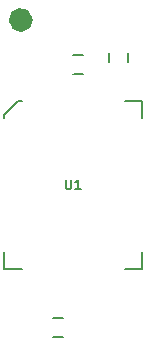
<source format=gto>
G04 #@! TF.GenerationSoftware,KiCad,Pcbnew,(5.1.2-1)-1*
G04 #@! TF.CreationDate,2019-07-23T15:32:14-04:00*
G04 #@! TF.ProjectId,GW28R8128,47573238-5238-4313-9238-2e6b69636164,rev?*
G04 #@! TF.SameCoordinates,Original*
G04 #@! TF.FileFunction,Legend,Top*
G04 #@! TF.FilePolarity,Positive*
%FSLAX46Y46*%
G04 Gerber Fmt 4.6, Leading zero omitted, Abs format (unit mm)*
G04 Created by KiCad (PCBNEW (5.1.2-1)-1) date 2019-07-23 15:32:14*
%MOMM*%
%LPD*%
G04 APERTURE LIST*
%ADD10C,1.280000*%
%ADD11C,0.152400*%
%ADD12C,0.203200*%
%ADD13C,2.000000*%
%ADD14C,0.100000*%
%ADD15C,1.002400*%
%ADD16C,1.952400*%
%ADD17O,1.852400X1.852400*%
%ADD18C,1.202400*%
%ADD19R,1.852400X1.852400*%
%ADD20O,1.952400X1.952400*%
%ADD21C,0.752400*%
G04 APERTURE END LIST*
D10*
X44196000Y-22860000D02*
G75*
G03X44196000Y-22860000I-381000J0D01*
G01*
D11*
X51270000Y-25628600D02*
X51270000Y-26441400D01*
X52870000Y-25628600D02*
X52870000Y-26441400D01*
X49086400Y-27470000D02*
X48273600Y-27470000D01*
X49086400Y-25870000D02*
X48273600Y-25870000D01*
X52630000Y-29735000D02*
X54085000Y-29735000D01*
X54085000Y-29735000D02*
X54085000Y-31190000D01*
X43890000Y-43925000D02*
X42435000Y-43925000D01*
X42435000Y-43925000D02*
X42435000Y-42470000D01*
X52630000Y-43925000D02*
X54085000Y-43925000D01*
X54085000Y-43925000D02*
X54085000Y-42470000D01*
X43890000Y-29735000D02*
X43607218Y-29735000D01*
X43607218Y-29735000D02*
X42435000Y-30907218D01*
X42435000Y-30907218D02*
X42435000Y-31190000D01*
X46583600Y-48095000D02*
X47396400Y-48095000D01*
X46583600Y-49695000D02*
X47396400Y-49695000D01*
D12*
X47640723Y-36384895D02*
X47640723Y-37042876D01*
X47679428Y-37120285D01*
X47718133Y-37158990D01*
X47795542Y-37197695D01*
X47950361Y-37197695D01*
X48027771Y-37158990D01*
X48066476Y-37120285D01*
X48105180Y-37042876D01*
X48105180Y-36384895D01*
X48917980Y-37197695D02*
X48453523Y-37197695D01*
X48685752Y-37197695D02*
X48685752Y-36384895D01*
X48608342Y-36501009D01*
X48530933Y-36578419D01*
X48453523Y-36617123D01*
%LPC*%
D13*
X43180000Y-53340000D03*
X53340000Y-53340000D03*
X43180000Y-20320000D03*
D14*
G36*
X52620163Y-26485007D02*
G01*
X52644490Y-26488615D01*
X52668345Y-26494591D01*
X52691500Y-26502876D01*
X52713732Y-26513391D01*
X52734826Y-26526034D01*
X52754579Y-26540684D01*
X52772801Y-26557199D01*
X52789316Y-26575421D01*
X52803966Y-26595174D01*
X52816609Y-26616268D01*
X52827124Y-26638500D01*
X52835409Y-26661655D01*
X52841385Y-26685510D01*
X52844993Y-26709837D01*
X52846200Y-26734400D01*
X52846200Y-27235600D01*
X52844993Y-27260163D01*
X52841385Y-27284490D01*
X52835409Y-27308345D01*
X52827124Y-27331500D01*
X52816609Y-27353732D01*
X52803966Y-27374826D01*
X52789316Y-27394579D01*
X52772801Y-27412801D01*
X52754579Y-27429316D01*
X52734826Y-27443966D01*
X52713732Y-27456609D01*
X52691500Y-27467124D01*
X52668345Y-27475409D01*
X52644490Y-27481385D01*
X52620163Y-27484993D01*
X52595600Y-27486200D01*
X51544400Y-27486200D01*
X51519837Y-27484993D01*
X51495510Y-27481385D01*
X51471655Y-27475409D01*
X51448500Y-27467124D01*
X51426268Y-27456609D01*
X51405174Y-27443966D01*
X51385421Y-27429316D01*
X51367199Y-27412801D01*
X51350684Y-27394579D01*
X51336034Y-27374826D01*
X51323391Y-27353732D01*
X51312876Y-27331500D01*
X51304591Y-27308345D01*
X51298615Y-27284490D01*
X51295007Y-27260163D01*
X51293800Y-27235600D01*
X51293800Y-26734400D01*
X51295007Y-26709837D01*
X51298615Y-26685510D01*
X51304591Y-26661655D01*
X51312876Y-26638500D01*
X51323391Y-26616268D01*
X51336034Y-26595174D01*
X51350684Y-26575421D01*
X51367199Y-26557199D01*
X51385421Y-26540684D01*
X51405174Y-26526034D01*
X51426268Y-26513391D01*
X51448500Y-26502876D01*
X51471655Y-26494591D01*
X51495510Y-26488615D01*
X51519837Y-26485007D01*
X51544400Y-26483800D01*
X52595600Y-26483800D01*
X52620163Y-26485007D01*
X52620163Y-26485007D01*
G37*
D15*
X52070000Y-26985000D03*
D14*
G36*
X52620163Y-24585007D02*
G01*
X52644490Y-24588615D01*
X52668345Y-24594591D01*
X52691500Y-24602876D01*
X52713732Y-24613391D01*
X52734826Y-24626034D01*
X52754579Y-24640684D01*
X52772801Y-24657199D01*
X52789316Y-24675421D01*
X52803966Y-24695174D01*
X52816609Y-24716268D01*
X52827124Y-24738500D01*
X52835409Y-24761655D01*
X52841385Y-24785510D01*
X52844993Y-24809837D01*
X52846200Y-24834400D01*
X52846200Y-25335600D01*
X52844993Y-25360163D01*
X52841385Y-25384490D01*
X52835409Y-25408345D01*
X52827124Y-25431500D01*
X52816609Y-25453732D01*
X52803966Y-25474826D01*
X52789316Y-25494579D01*
X52772801Y-25512801D01*
X52754579Y-25529316D01*
X52734826Y-25543966D01*
X52713732Y-25556609D01*
X52691500Y-25567124D01*
X52668345Y-25575409D01*
X52644490Y-25581385D01*
X52620163Y-25584993D01*
X52595600Y-25586200D01*
X51544400Y-25586200D01*
X51519837Y-25584993D01*
X51495510Y-25581385D01*
X51471655Y-25575409D01*
X51448500Y-25567124D01*
X51426268Y-25556609D01*
X51405174Y-25543966D01*
X51385421Y-25529316D01*
X51367199Y-25512801D01*
X51350684Y-25494579D01*
X51336034Y-25474826D01*
X51323391Y-25453732D01*
X51312876Y-25431500D01*
X51304591Y-25408345D01*
X51298615Y-25384490D01*
X51295007Y-25360163D01*
X51293800Y-25335600D01*
X51293800Y-24834400D01*
X51295007Y-24809837D01*
X51298615Y-24785510D01*
X51304591Y-24761655D01*
X51312876Y-24738500D01*
X51323391Y-24716268D01*
X51336034Y-24695174D01*
X51350684Y-24675421D01*
X51367199Y-24657199D01*
X51385421Y-24640684D01*
X51405174Y-24626034D01*
X51426268Y-24613391D01*
X51448500Y-24602876D01*
X51471655Y-24594591D01*
X51495510Y-24588615D01*
X51519837Y-24585007D01*
X51544400Y-24583800D01*
X52595600Y-24583800D01*
X52620163Y-24585007D01*
X52620163Y-24585007D01*
G37*
D15*
X52070000Y-25085000D03*
D16*
X55880000Y-20320000D03*
D17*
X55880000Y-22860000D03*
X55880000Y-25400000D03*
X55880000Y-27940000D03*
X55880000Y-30480000D03*
X55880000Y-33020000D03*
X55880000Y-35560000D03*
X55880000Y-38100000D03*
X55880000Y-40640000D03*
X55880000Y-43180000D03*
X55880000Y-45720000D03*
X55880000Y-48260000D03*
X55880000Y-50800000D03*
D16*
X55880000Y-53340000D03*
D14*
G36*
X49860064Y-25895247D02*
G01*
X49889244Y-25899576D01*
X49917860Y-25906744D01*
X49945635Y-25916682D01*
X49972302Y-25929294D01*
X49997604Y-25944460D01*
X50021299Y-25962033D01*
X50043156Y-25981844D01*
X50062967Y-26003701D01*
X50080540Y-26027396D01*
X50095706Y-26052698D01*
X50108318Y-26079365D01*
X50118256Y-26107140D01*
X50125424Y-26135756D01*
X50129753Y-26164936D01*
X50131200Y-26194400D01*
X50131200Y-27145600D01*
X50129753Y-27175064D01*
X50125424Y-27204244D01*
X50118256Y-27232860D01*
X50108318Y-27260635D01*
X50095706Y-27287302D01*
X50080540Y-27312604D01*
X50062967Y-27336299D01*
X50043156Y-27358156D01*
X50021299Y-27377967D01*
X49997604Y-27395540D01*
X49972302Y-27410706D01*
X49945635Y-27423318D01*
X49917860Y-27433256D01*
X49889244Y-27440424D01*
X49860064Y-27444753D01*
X49830600Y-27446200D01*
X49229400Y-27446200D01*
X49199936Y-27444753D01*
X49170756Y-27440424D01*
X49142140Y-27433256D01*
X49114365Y-27423318D01*
X49087698Y-27410706D01*
X49062396Y-27395540D01*
X49038701Y-27377967D01*
X49016844Y-27358156D01*
X48997033Y-27336299D01*
X48979460Y-27312604D01*
X48964294Y-27287302D01*
X48951682Y-27260635D01*
X48941744Y-27232860D01*
X48934576Y-27204244D01*
X48930247Y-27175064D01*
X48928800Y-27145600D01*
X48928800Y-26194400D01*
X48930247Y-26164936D01*
X48934576Y-26135756D01*
X48941744Y-26107140D01*
X48951682Y-26079365D01*
X48964294Y-26052698D01*
X48979460Y-26027396D01*
X48997033Y-26003701D01*
X49016844Y-25981844D01*
X49038701Y-25962033D01*
X49062396Y-25944460D01*
X49087698Y-25929294D01*
X49114365Y-25916682D01*
X49142140Y-25906744D01*
X49170756Y-25899576D01*
X49199936Y-25895247D01*
X49229400Y-25893800D01*
X49830600Y-25893800D01*
X49860064Y-25895247D01*
X49860064Y-25895247D01*
G37*
D18*
X49530000Y-26670000D03*
D14*
G36*
X48160064Y-25895247D02*
G01*
X48189244Y-25899576D01*
X48217860Y-25906744D01*
X48245635Y-25916682D01*
X48272302Y-25929294D01*
X48297604Y-25944460D01*
X48321299Y-25962033D01*
X48343156Y-25981844D01*
X48362967Y-26003701D01*
X48380540Y-26027396D01*
X48395706Y-26052698D01*
X48408318Y-26079365D01*
X48418256Y-26107140D01*
X48425424Y-26135756D01*
X48429753Y-26164936D01*
X48431200Y-26194400D01*
X48431200Y-27145600D01*
X48429753Y-27175064D01*
X48425424Y-27204244D01*
X48418256Y-27232860D01*
X48408318Y-27260635D01*
X48395706Y-27287302D01*
X48380540Y-27312604D01*
X48362967Y-27336299D01*
X48343156Y-27358156D01*
X48321299Y-27377967D01*
X48297604Y-27395540D01*
X48272302Y-27410706D01*
X48245635Y-27423318D01*
X48217860Y-27433256D01*
X48189244Y-27440424D01*
X48160064Y-27444753D01*
X48130600Y-27446200D01*
X47529400Y-27446200D01*
X47499936Y-27444753D01*
X47470756Y-27440424D01*
X47442140Y-27433256D01*
X47414365Y-27423318D01*
X47387698Y-27410706D01*
X47362396Y-27395540D01*
X47338701Y-27377967D01*
X47316844Y-27358156D01*
X47297033Y-27336299D01*
X47279460Y-27312604D01*
X47264294Y-27287302D01*
X47251682Y-27260635D01*
X47241744Y-27232860D01*
X47234576Y-27204244D01*
X47230247Y-27175064D01*
X47228800Y-27145600D01*
X47228800Y-26194400D01*
X47230247Y-26164936D01*
X47234576Y-26135756D01*
X47241744Y-26107140D01*
X47251682Y-26079365D01*
X47264294Y-26052698D01*
X47279460Y-26027396D01*
X47297033Y-26003701D01*
X47316844Y-25981844D01*
X47338701Y-25962033D01*
X47362396Y-25944460D01*
X47387698Y-25929294D01*
X47414365Y-25916682D01*
X47442140Y-25906744D01*
X47470756Y-25899576D01*
X47499936Y-25895247D01*
X47529400Y-25893800D01*
X48130600Y-25893800D01*
X48160064Y-25895247D01*
X48160064Y-25895247D01*
G37*
D18*
X47830000Y-26670000D03*
D19*
X40640000Y-20320000D03*
D17*
X40640000Y-22860000D03*
X40640000Y-25400000D03*
X40640000Y-27940000D03*
X40640000Y-30480000D03*
X40640000Y-33020000D03*
X40640000Y-35560000D03*
X40640000Y-38100000D03*
X40640000Y-40640000D03*
X40640000Y-43180000D03*
X40640000Y-45720000D03*
X40640000Y-48260000D03*
X40640000Y-50800000D03*
D20*
X40640000Y-53340000D03*
D14*
G36*
X48466537Y-29179706D02*
G01*
X48484796Y-29182414D01*
X48502703Y-29186900D01*
X48520083Y-29193118D01*
X48536770Y-29201011D01*
X48552603Y-29210501D01*
X48567429Y-29221497D01*
X48581107Y-29233893D01*
X48593503Y-29247571D01*
X48604499Y-29262397D01*
X48613989Y-29278230D01*
X48621882Y-29294917D01*
X48628100Y-29312297D01*
X48632586Y-29330204D01*
X48635294Y-29348463D01*
X48636200Y-29366900D01*
X48636200Y-30618100D01*
X48635294Y-30636537D01*
X48632586Y-30654796D01*
X48628100Y-30672703D01*
X48621882Y-30690083D01*
X48613989Y-30706770D01*
X48604499Y-30722603D01*
X48593503Y-30737429D01*
X48581107Y-30751107D01*
X48567429Y-30763503D01*
X48552603Y-30774499D01*
X48536770Y-30783989D01*
X48520083Y-30791882D01*
X48502703Y-30798100D01*
X48484796Y-30802586D01*
X48466537Y-30805294D01*
X48448100Y-30806200D01*
X48071900Y-30806200D01*
X48053463Y-30805294D01*
X48035204Y-30802586D01*
X48017297Y-30798100D01*
X47999917Y-30791882D01*
X47983230Y-30783989D01*
X47967397Y-30774499D01*
X47952571Y-30763503D01*
X47938893Y-30751107D01*
X47926497Y-30737429D01*
X47915501Y-30722603D01*
X47906011Y-30706770D01*
X47898118Y-30690083D01*
X47891900Y-30672703D01*
X47887414Y-30654796D01*
X47884706Y-30636537D01*
X47883800Y-30618100D01*
X47883800Y-29366900D01*
X47884706Y-29348463D01*
X47887414Y-29330204D01*
X47891900Y-29312297D01*
X47898118Y-29294917D01*
X47906011Y-29278230D01*
X47915501Y-29262397D01*
X47926497Y-29247571D01*
X47938893Y-29233893D01*
X47952571Y-29221497D01*
X47967397Y-29210501D01*
X47983230Y-29201011D01*
X47999917Y-29193118D01*
X48017297Y-29186900D01*
X48035204Y-29182414D01*
X48053463Y-29179706D01*
X48071900Y-29178800D01*
X48448100Y-29178800D01*
X48466537Y-29179706D01*
X48466537Y-29179706D01*
G37*
D21*
X48260000Y-29992500D03*
D14*
G36*
X47196537Y-29179706D02*
G01*
X47214796Y-29182414D01*
X47232703Y-29186900D01*
X47250083Y-29193118D01*
X47266770Y-29201011D01*
X47282603Y-29210501D01*
X47297429Y-29221497D01*
X47311107Y-29233893D01*
X47323503Y-29247571D01*
X47334499Y-29262397D01*
X47343989Y-29278230D01*
X47351882Y-29294917D01*
X47358100Y-29312297D01*
X47362586Y-29330204D01*
X47365294Y-29348463D01*
X47366200Y-29366900D01*
X47366200Y-30618100D01*
X47365294Y-30636537D01*
X47362586Y-30654796D01*
X47358100Y-30672703D01*
X47351882Y-30690083D01*
X47343989Y-30706770D01*
X47334499Y-30722603D01*
X47323503Y-30737429D01*
X47311107Y-30751107D01*
X47297429Y-30763503D01*
X47282603Y-30774499D01*
X47266770Y-30783989D01*
X47250083Y-30791882D01*
X47232703Y-30798100D01*
X47214796Y-30802586D01*
X47196537Y-30805294D01*
X47178100Y-30806200D01*
X46801900Y-30806200D01*
X46783463Y-30805294D01*
X46765204Y-30802586D01*
X46747297Y-30798100D01*
X46729917Y-30791882D01*
X46713230Y-30783989D01*
X46697397Y-30774499D01*
X46682571Y-30763503D01*
X46668893Y-30751107D01*
X46656497Y-30737429D01*
X46645501Y-30722603D01*
X46636011Y-30706770D01*
X46628118Y-30690083D01*
X46621900Y-30672703D01*
X46617414Y-30654796D01*
X46614706Y-30636537D01*
X46613800Y-30618100D01*
X46613800Y-29366900D01*
X46614706Y-29348463D01*
X46617414Y-29330204D01*
X46621900Y-29312297D01*
X46628118Y-29294917D01*
X46636011Y-29278230D01*
X46645501Y-29262397D01*
X46656497Y-29247571D01*
X46668893Y-29233893D01*
X46682571Y-29221497D01*
X46697397Y-29210501D01*
X46713230Y-29201011D01*
X46729917Y-29193118D01*
X46747297Y-29186900D01*
X46765204Y-29182414D01*
X46783463Y-29179706D01*
X46801900Y-29178800D01*
X47178100Y-29178800D01*
X47196537Y-29179706D01*
X47196537Y-29179706D01*
G37*
D21*
X46990000Y-29992500D03*
D14*
G36*
X45926537Y-29179706D02*
G01*
X45944796Y-29182414D01*
X45962703Y-29186900D01*
X45980083Y-29193118D01*
X45996770Y-29201011D01*
X46012603Y-29210501D01*
X46027429Y-29221497D01*
X46041107Y-29233893D01*
X46053503Y-29247571D01*
X46064499Y-29262397D01*
X46073989Y-29278230D01*
X46081882Y-29294917D01*
X46088100Y-29312297D01*
X46092586Y-29330204D01*
X46095294Y-29348463D01*
X46096200Y-29366900D01*
X46096200Y-30618100D01*
X46095294Y-30636537D01*
X46092586Y-30654796D01*
X46088100Y-30672703D01*
X46081882Y-30690083D01*
X46073989Y-30706770D01*
X46064499Y-30722603D01*
X46053503Y-30737429D01*
X46041107Y-30751107D01*
X46027429Y-30763503D01*
X46012603Y-30774499D01*
X45996770Y-30783989D01*
X45980083Y-30791882D01*
X45962703Y-30798100D01*
X45944796Y-30802586D01*
X45926537Y-30805294D01*
X45908100Y-30806200D01*
X45531900Y-30806200D01*
X45513463Y-30805294D01*
X45495204Y-30802586D01*
X45477297Y-30798100D01*
X45459917Y-30791882D01*
X45443230Y-30783989D01*
X45427397Y-30774499D01*
X45412571Y-30763503D01*
X45398893Y-30751107D01*
X45386497Y-30737429D01*
X45375501Y-30722603D01*
X45366011Y-30706770D01*
X45358118Y-30690083D01*
X45351900Y-30672703D01*
X45347414Y-30654796D01*
X45344706Y-30636537D01*
X45343800Y-30618100D01*
X45343800Y-29366900D01*
X45344706Y-29348463D01*
X45347414Y-29330204D01*
X45351900Y-29312297D01*
X45358118Y-29294917D01*
X45366011Y-29278230D01*
X45375501Y-29262397D01*
X45386497Y-29247571D01*
X45398893Y-29233893D01*
X45412571Y-29221497D01*
X45427397Y-29210501D01*
X45443230Y-29201011D01*
X45459917Y-29193118D01*
X45477297Y-29186900D01*
X45495204Y-29182414D01*
X45513463Y-29179706D01*
X45531900Y-29178800D01*
X45908100Y-29178800D01*
X45926537Y-29179706D01*
X45926537Y-29179706D01*
G37*
D21*
X45720000Y-29992500D03*
D14*
G36*
X44656537Y-29179706D02*
G01*
X44674796Y-29182414D01*
X44692703Y-29186900D01*
X44710083Y-29193118D01*
X44726770Y-29201011D01*
X44742603Y-29210501D01*
X44757429Y-29221497D01*
X44771107Y-29233893D01*
X44783503Y-29247571D01*
X44794499Y-29262397D01*
X44803989Y-29278230D01*
X44811882Y-29294917D01*
X44818100Y-29312297D01*
X44822586Y-29330204D01*
X44825294Y-29348463D01*
X44826200Y-29366900D01*
X44826200Y-30618100D01*
X44825294Y-30636537D01*
X44822586Y-30654796D01*
X44818100Y-30672703D01*
X44811882Y-30690083D01*
X44803989Y-30706770D01*
X44794499Y-30722603D01*
X44783503Y-30737429D01*
X44771107Y-30751107D01*
X44757429Y-30763503D01*
X44742603Y-30774499D01*
X44726770Y-30783989D01*
X44710083Y-30791882D01*
X44692703Y-30798100D01*
X44674796Y-30802586D01*
X44656537Y-30805294D01*
X44638100Y-30806200D01*
X44261900Y-30806200D01*
X44243463Y-30805294D01*
X44225204Y-30802586D01*
X44207297Y-30798100D01*
X44189917Y-30791882D01*
X44173230Y-30783989D01*
X44157397Y-30774499D01*
X44142571Y-30763503D01*
X44128893Y-30751107D01*
X44116497Y-30737429D01*
X44105501Y-30722603D01*
X44096011Y-30706770D01*
X44088118Y-30690083D01*
X44081900Y-30672703D01*
X44077414Y-30654796D01*
X44074706Y-30636537D01*
X44073800Y-30618100D01*
X44073800Y-29366900D01*
X44074706Y-29348463D01*
X44077414Y-29330204D01*
X44081900Y-29312297D01*
X44088118Y-29294917D01*
X44096011Y-29278230D01*
X44105501Y-29262397D01*
X44116497Y-29247571D01*
X44128893Y-29233893D01*
X44142571Y-29221497D01*
X44157397Y-29210501D01*
X44173230Y-29201011D01*
X44189917Y-29193118D01*
X44207297Y-29186900D01*
X44225204Y-29182414D01*
X44243463Y-29179706D01*
X44261900Y-29178800D01*
X44638100Y-29178800D01*
X44656537Y-29179706D01*
X44656537Y-29179706D01*
G37*
D21*
X44450000Y-29992500D03*
D14*
G36*
X43341537Y-31374706D02*
G01*
X43359796Y-31377414D01*
X43377703Y-31381900D01*
X43395083Y-31388118D01*
X43411770Y-31396011D01*
X43427603Y-31405501D01*
X43442429Y-31416497D01*
X43456107Y-31428893D01*
X43468503Y-31442571D01*
X43479499Y-31457397D01*
X43488989Y-31473230D01*
X43496882Y-31489917D01*
X43503100Y-31507297D01*
X43507586Y-31525204D01*
X43510294Y-31543463D01*
X43511200Y-31561900D01*
X43511200Y-31938100D01*
X43510294Y-31956537D01*
X43507586Y-31974796D01*
X43503100Y-31992703D01*
X43496882Y-32010083D01*
X43488989Y-32026770D01*
X43479499Y-32042603D01*
X43468503Y-32057429D01*
X43456107Y-32071107D01*
X43442429Y-32083503D01*
X43427603Y-32094499D01*
X43411770Y-32103989D01*
X43395083Y-32111882D01*
X43377703Y-32118100D01*
X43359796Y-32122586D01*
X43341537Y-32125294D01*
X43323100Y-32126200D01*
X42071900Y-32126200D01*
X42053463Y-32125294D01*
X42035204Y-32122586D01*
X42017297Y-32118100D01*
X41999917Y-32111882D01*
X41983230Y-32103989D01*
X41967397Y-32094499D01*
X41952571Y-32083503D01*
X41938893Y-32071107D01*
X41926497Y-32057429D01*
X41915501Y-32042603D01*
X41906011Y-32026770D01*
X41898118Y-32010083D01*
X41891900Y-31992703D01*
X41887414Y-31974796D01*
X41884706Y-31956537D01*
X41883800Y-31938100D01*
X41883800Y-31561900D01*
X41884706Y-31543463D01*
X41887414Y-31525204D01*
X41891900Y-31507297D01*
X41898118Y-31489917D01*
X41906011Y-31473230D01*
X41915501Y-31457397D01*
X41926497Y-31442571D01*
X41938893Y-31428893D01*
X41952571Y-31416497D01*
X41967397Y-31405501D01*
X41983230Y-31396011D01*
X41999917Y-31388118D01*
X42017297Y-31381900D01*
X42035204Y-31377414D01*
X42053463Y-31374706D01*
X42071900Y-31373800D01*
X43323100Y-31373800D01*
X43341537Y-31374706D01*
X43341537Y-31374706D01*
G37*
D21*
X42697500Y-31750000D03*
D14*
G36*
X43341537Y-32644706D02*
G01*
X43359796Y-32647414D01*
X43377703Y-32651900D01*
X43395083Y-32658118D01*
X43411770Y-32666011D01*
X43427603Y-32675501D01*
X43442429Y-32686497D01*
X43456107Y-32698893D01*
X43468503Y-32712571D01*
X43479499Y-32727397D01*
X43488989Y-32743230D01*
X43496882Y-32759917D01*
X43503100Y-32777297D01*
X43507586Y-32795204D01*
X43510294Y-32813463D01*
X43511200Y-32831900D01*
X43511200Y-33208100D01*
X43510294Y-33226537D01*
X43507586Y-33244796D01*
X43503100Y-33262703D01*
X43496882Y-33280083D01*
X43488989Y-33296770D01*
X43479499Y-33312603D01*
X43468503Y-33327429D01*
X43456107Y-33341107D01*
X43442429Y-33353503D01*
X43427603Y-33364499D01*
X43411770Y-33373989D01*
X43395083Y-33381882D01*
X43377703Y-33388100D01*
X43359796Y-33392586D01*
X43341537Y-33395294D01*
X43323100Y-33396200D01*
X42071900Y-33396200D01*
X42053463Y-33395294D01*
X42035204Y-33392586D01*
X42017297Y-33388100D01*
X41999917Y-33381882D01*
X41983230Y-33373989D01*
X41967397Y-33364499D01*
X41952571Y-33353503D01*
X41938893Y-33341107D01*
X41926497Y-33327429D01*
X41915501Y-33312603D01*
X41906011Y-33296770D01*
X41898118Y-33280083D01*
X41891900Y-33262703D01*
X41887414Y-33244796D01*
X41884706Y-33226537D01*
X41883800Y-33208100D01*
X41883800Y-32831900D01*
X41884706Y-32813463D01*
X41887414Y-32795204D01*
X41891900Y-32777297D01*
X41898118Y-32759917D01*
X41906011Y-32743230D01*
X41915501Y-32727397D01*
X41926497Y-32712571D01*
X41938893Y-32698893D01*
X41952571Y-32686497D01*
X41967397Y-32675501D01*
X41983230Y-32666011D01*
X41999917Y-32658118D01*
X42017297Y-32651900D01*
X42035204Y-32647414D01*
X42053463Y-32644706D01*
X42071900Y-32643800D01*
X43323100Y-32643800D01*
X43341537Y-32644706D01*
X43341537Y-32644706D01*
G37*
D21*
X42697500Y-33020000D03*
D14*
G36*
X43341537Y-33914706D02*
G01*
X43359796Y-33917414D01*
X43377703Y-33921900D01*
X43395083Y-33928118D01*
X43411770Y-33936011D01*
X43427603Y-33945501D01*
X43442429Y-33956497D01*
X43456107Y-33968893D01*
X43468503Y-33982571D01*
X43479499Y-33997397D01*
X43488989Y-34013230D01*
X43496882Y-34029917D01*
X43503100Y-34047297D01*
X43507586Y-34065204D01*
X43510294Y-34083463D01*
X43511200Y-34101900D01*
X43511200Y-34478100D01*
X43510294Y-34496537D01*
X43507586Y-34514796D01*
X43503100Y-34532703D01*
X43496882Y-34550083D01*
X43488989Y-34566770D01*
X43479499Y-34582603D01*
X43468503Y-34597429D01*
X43456107Y-34611107D01*
X43442429Y-34623503D01*
X43427603Y-34634499D01*
X43411770Y-34643989D01*
X43395083Y-34651882D01*
X43377703Y-34658100D01*
X43359796Y-34662586D01*
X43341537Y-34665294D01*
X43323100Y-34666200D01*
X42071900Y-34666200D01*
X42053463Y-34665294D01*
X42035204Y-34662586D01*
X42017297Y-34658100D01*
X41999917Y-34651882D01*
X41983230Y-34643989D01*
X41967397Y-34634499D01*
X41952571Y-34623503D01*
X41938893Y-34611107D01*
X41926497Y-34597429D01*
X41915501Y-34582603D01*
X41906011Y-34566770D01*
X41898118Y-34550083D01*
X41891900Y-34532703D01*
X41887414Y-34514796D01*
X41884706Y-34496537D01*
X41883800Y-34478100D01*
X41883800Y-34101900D01*
X41884706Y-34083463D01*
X41887414Y-34065204D01*
X41891900Y-34047297D01*
X41898118Y-34029917D01*
X41906011Y-34013230D01*
X41915501Y-33997397D01*
X41926497Y-33982571D01*
X41938893Y-33968893D01*
X41952571Y-33956497D01*
X41967397Y-33945501D01*
X41983230Y-33936011D01*
X41999917Y-33928118D01*
X42017297Y-33921900D01*
X42035204Y-33917414D01*
X42053463Y-33914706D01*
X42071900Y-33913800D01*
X43323100Y-33913800D01*
X43341537Y-33914706D01*
X43341537Y-33914706D01*
G37*
D21*
X42697500Y-34290000D03*
D14*
G36*
X43341537Y-35184706D02*
G01*
X43359796Y-35187414D01*
X43377703Y-35191900D01*
X43395083Y-35198118D01*
X43411770Y-35206011D01*
X43427603Y-35215501D01*
X43442429Y-35226497D01*
X43456107Y-35238893D01*
X43468503Y-35252571D01*
X43479499Y-35267397D01*
X43488989Y-35283230D01*
X43496882Y-35299917D01*
X43503100Y-35317297D01*
X43507586Y-35335204D01*
X43510294Y-35353463D01*
X43511200Y-35371900D01*
X43511200Y-35748100D01*
X43510294Y-35766537D01*
X43507586Y-35784796D01*
X43503100Y-35802703D01*
X43496882Y-35820083D01*
X43488989Y-35836770D01*
X43479499Y-35852603D01*
X43468503Y-35867429D01*
X43456107Y-35881107D01*
X43442429Y-35893503D01*
X43427603Y-35904499D01*
X43411770Y-35913989D01*
X43395083Y-35921882D01*
X43377703Y-35928100D01*
X43359796Y-35932586D01*
X43341537Y-35935294D01*
X43323100Y-35936200D01*
X42071900Y-35936200D01*
X42053463Y-35935294D01*
X42035204Y-35932586D01*
X42017297Y-35928100D01*
X41999917Y-35921882D01*
X41983230Y-35913989D01*
X41967397Y-35904499D01*
X41952571Y-35893503D01*
X41938893Y-35881107D01*
X41926497Y-35867429D01*
X41915501Y-35852603D01*
X41906011Y-35836770D01*
X41898118Y-35820083D01*
X41891900Y-35802703D01*
X41887414Y-35784796D01*
X41884706Y-35766537D01*
X41883800Y-35748100D01*
X41883800Y-35371900D01*
X41884706Y-35353463D01*
X41887414Y-35335204D01*
X41891900Y-35317297D01*
X41898118Y-35299917D01*
X41906011Y-35283230D01*
X41915501Y-35267397D01*
X41926497Y-35252571D01*
X41938893Y-35238893D01*
X41952571Y-35226497D01*
X41967397Y-35215501D01*
X41983230Y-35206011D01*
X41999917Y-35198118D01*
X42017297Y-35191900D01*
X42035204Y-35187414D01*
X42053463Y-35184706D01*
X42071900Y-35183800D01*
X43323100Y-35183800D01*
X43341537Y-35184706D01*
X43341537Y-35184706D01*
G37*
D21*
X42697500Y-35560000D03*
D14*
G36*
X43341537Y-36454706D02*
G01*
X43359796Y-36457414D01*
X43377703Y-36461900D01*
X43395083Y-36468118D01*
X43411770Y-36476011D01*
X43427603Y-36485501D01*
X43442429Y-36496497D01*
X43456107Y-36508893D01*
X43468503Y-36522571D01*
X43479499Y-36537397D01*
X43488989Y-36553230D01*
X43496882Y-36569917D01*
X43503100Y-36587297D01*
X43507586Y-36605204D01*
X43510294Y-36623463D01*
X43511200Y-36641900D01*
X43511200Y-37018100D01*
X43510294Y-37036537D01*
X43507586Y-37054796D01*
X43503100Y-37072703D01*
X43496882Y-37090083D01*
X43488989Y-37106770D01*
X43479499Y-37122603D01*
X43468503Y-37137429D01*
X43456107Y-37151107D01*
X43442429Y-37163503D01*
X43427603Y-37174499D01*
X43411770Y-37183989D01*
X43395083Y-37191882D01*
X43377703Y-37198100D01*
X43359796Y-37202586D01*
X43341537Y-37205294D01*
X43323100Y-37206200D01*
X42071900Y-37206200D01*
X42053463Y-37205294D01*
X42035204Y-37202586D01*
X42017297Y-37198100D01*
X41999917Y-37191882D01*
X41983230Y-37183989D01*
X41967397Y-37174499D01*
X41952571Y-37163503D01*
X41938893Y-37151107D01*
X41926497Y-37137429D01*
X41915501Y-37122603D01*
X41906011Y-37106770D01*
X41898118Y-37090083D01*
X41891900Y-37072703D01*
X41887414Y-37054796D01*
X41884706Y-37036537D01*
X41883800Y-37018100D01*
X41883800Y-36641900D01*
X41884706Y-36623463D01*
X41887414Y-36605204D01*
X41891900Y-36587297D01*
X41898118Y-36569917D01*
X41906011Y-36553230D01*
X41915501Y-36537397D01*
X41926497Y-36522571D01*
X41938893Y-36508893D01*
X41952571Y-36496497D01*
X41967397Y-36485501D01*
X41983230Y-36476011D01*
X41999917Y-36468118D01*
X42017297Y-36461900D01*
X42035204Y-36457414D01*
X42053463Y-36454706D01*
X42071900Y-36453800D01*
X43323100Y-36453800D01*
X43341537Y-36454706D01*
X43341537Y-36454706D01*
G37*
D21*
X42697500Y-36830000D03*
D14*
G36*
X43341537Y-37724706D02*
G01*
X43359796Y-37727414D01*
X43377703Y-37731900D01*
X43395083Y-37738118D01*
X43411770Y-37746011D01*
X43427603Y-37755501D01*
X43442429Y-37766497D01*
X43456107Y-37778893D01*
X43468503Y-37792571D01*
X43479499Y-37807397D01*
X43488989Y-37823230D01*
X43496882Y-37839917D01*
X43503100Y-37857297D01*
X43507586Y-37875204D01*
X43510294Y-37893463D01*
X43511200Y-37911900D01*
X43511200Y-38288100D01*
X43510294Y-38306537D01*
X43507586Y-38324796D01*
X43503100Y-38342703D01*
X43496882Y-38360083D01*
X43488989Y-38376770D01*
X43479499Y-38392603D01*
X43468503Y-38407429D01*
X43456107Y-38421107D01*
X43442429Y-38433503D01*
X43427603Y-38444499D01*
X43411770Y-38453989D01*
X43395083Y-38461882D01*
X43377703Y-38468100D01*
X43359796Y-38472586D01*
X43341537Y-38475294D01*
X43323100Y-38476200D01*
X42071900Y-38476200D01*
X42053463Y-38475294D01*
X42035204Y-38472586D01*
X42017297Y-38468100D01*
X41999917Y-38461882D01*
X41983230Y-38453989D01*
X41967397Y-38444499D01*
X41952571Y-38433503D01*
X41938893Y-38421107D01*
X41926497Y-38407429D01*
X41915501Y-38392603D01*
X41906011Y-38376770D01*
X41898118Y-38360083D01*
X41891900Y-38342703D01*
X41887414Y-38324796D01*
X41884706Y-38306537D01*
X41883800Y-38288100D01*
X41883800Y-37911900D01*
X41884706Y-37893463D01*
X41887414Y-37875204D01*
X41891900Y-37857297D01*
X41898118Y-37839917D01*
X41906011Y-37823230D01*
X41915501Y-37807397D01*
X41926497Y-37792571D01*
X41938893Y-37778893D01*
X41952571Y-37766497D01*
X41967397Y-37755501D01*
X41983230Y-37746011D01*
X41999917Y-37738118D01*
X42017297Y-37731900D01*
X42035204Y-37727414D01*
X42053463Y-37724706D01*
X42071900Y-37723800D01*
X43323100Y-37723800D01*
X43341537Y-37724706D01*
X43341537Y-37724706D01*
G37*
D21*
X42697500Y-38100000D03*
D14*
G36*
X43341537Y-38994706D02*
G01*
X43359796Y-38997414D01*
X43377703Y-39001900D01*
X43395083Y-39008118D01*
X43411770Y-39016011D01*
X43427603Y-39025501D01*
X43442429Y-39036497D01*
X43456107Y-39048893D01*
X43468503Y-39062571D01*
X43479499Y-39077397D01*
X43488989Y-39093230D01*
X43496882Y-39109917D01*
X43503100Y-39127297D01*
X43507586Y-39145204D01*
X43510294Y-39163463D01*
X43511200Y-39181900D01*
X43511200Y-39558100D01*
X43510294Y-39576537D01*
X43507586Y-39594796D01*
X43503100Y-39612703D01*
X43496882Y-39630083D01*
X43488989Y-39646770D01*
X43479499Y-39662603D01*
X43468503Y-39677429D01*
X43456107Y-39691107D01*
X43442429Y-39703503D01*
X43427603Y-39714499D01*
X43411770Y-39723989D01*
X43395083Y-39731882D01*
X43377703Y-39738100D01*
X43359796Y-39742586D01*
X43341537Y-39745294D01*
X43323100Y-39746200D01*
X42071900Y-39746200D01*
X42053463Y-39745294D01*
X42035204Y-39742586D01*
X42017297Y-39738100D01*
X41999917Y-39731882D01*
X41983230Y-39723989D01*
X41967397Y-39714499D01*
X41952571Y-39703503D01*
X41938893Y-39691107D01*
X41926497Y-39677429D01*
X41915501Y-39662603D01*
X41906011Y-39646770D01*
X41898118Y-39630083D01*
X41891900Y-39612703D01*
X41887414Y-39594796D01*
X41884706Y-39576537D01*
X41883800Y-39558100D01*
X41883800Y-39181900D01*
X41884706Y-39163463D01*
X41887414Y-39145204D01*
X41891900Y-39127297D01*
X41898118Y-39109917D01*
X41906011Y-39093230D01*
X41915501Y-39077397D01*
X41926497Y-39062571D01*
X41938893Y-39048893D01*
X41952571Y-39036497D01*
X41967397Y-39025501D01*
X41983230Y-39016011D01*
X41999917Y-39008118D01*
X42017297Y-39001900D01*
X42035204Y-38997414D01*
X42053463Y-38994706D01*
X42071900Y-38993800D01*
X43323100Y-38993800D01*
X43341537Y-38994706D01*
X43341537Y-38994706D01*
G37*
D21*
X42697500Y-39370000D03*
D14*
G36*
X43341537Y-40264706D02*
G01*
X43359796Y-40267414D01*
X43377703Y-40271900D01*
X43395083Y-40278118D01*
X43411770Y-40286011D01*
X43427603Y-40295501D01*
X43442429Y-40306497D01*
X43456107Y-40318893D01*
X43468503Y-40332571D01*
X43479499Y-40347397D01*
X43488989Y-40363230D01*
X43496882Y-40379917D01*
X43503100Y-40397297D01*
X43507586Y-40415204D01*
X43510294Y-40433463D01*
X43511200Y-40451900D01*
X43511200Y-40828100D01*
X43510294Y-40846537D01*
X43507586Y-40864796D01*
X43503100Y-40882703D01*
X43496882Y-40900083D01*
X43488989Y-40916770D01*
X43479499Y-40932603D01*
X43468503Y-40947429D01*
X43456107Y-40961107D01*
X43442429Y-40973503D01*
X43427603Y-40984499D01*
X43411770Y-40993989D01*
X43395083Y-41001882D01*
X43377703Y-41008100D01*
X43359796Y-41012586D01*
X43341537Y-41015294D01*
X43323100Y-41016200D01*
X42071900Y-41016200D01*
X42053463Y-41015294D01*
X42035204Y-41012586D01*
X42017297Y-41008100D01*
X41999917Y-41001882D01*
X41983230Y-40993989D01*
X41967397Y-40984499D01*
X41952571Y-40973503D01*
X41938893Y-40961107D01*
X41926497Y-40947429D01*
X41915501Y-40932603D01*
X41906011Y-40916770D01*
X41898118Y-40900083D01*
X41891900Y-40882703D01*
X41887414Y-40864796D01*
X41884706Y-40846537D01*
X41883800Y-40828100D01*
X41883800Y-40451900D01*
X41884706Y-40433463D01*
X41887414Y-40415204D01*
X41891900Y-40397297D01*
X41898118Y-40379917D01*
X41906011Y-40363230D01*
X41915501Y-40347397D01*
X41926497Y-40332571D01*
X41938893Y-40318893D01*
X41952571Y-40306497D01*
X41967397Y-40295501D01*
X41983230Y-40286011D01*
X41999917Y-40278118D01*
X42017297Y-40271900D01*
X42035204Y-40267414D01*
X42053463Y-40264706D01*
X42071900Y-40263800D01*
X43323100Y-40263800D01*
X43341537Y-40264706D01*
X43341537Y-40264706D01*
G37*
D21*
X42697500Y-40640000D03*
D14*
G36*
X43341537Y-41534706D02*
G01*
X43359796Y-41537414D01*
X43377703Y-41541900D01*
X43395083Y-41548118D01*
X43411770Y-41556011D01*
X43427603Y-41565501D01*
X43442429Y-41576497D01*
X43456107Y-41588893D01*
X43468503Y-41602571D01*
X43479499Y-41617397D01*
X43488989Y-41633230D01*
X43496882Y-41649917D01*
X43503100Y-41667297D01*
X43507586Y-41685204D01*
X43510294Y-41703463D01*
X43511200Y-41721900D01*
X43511200Y-42098100D01*
X43510294Y-42116537D01*
X43507586Y-42134796D01*
X43503100Y-42152703D01*
X43496882Y-42170083D01*
X43488989Y-42186770D01*
X43479499Y-42202603D01*
X43468503Y-42217429D01*
X43456107Y-42231107D01*
X43442429Y-42243503D01*
X43427603Y-42254499D01*
X43411770Y-42263989D01*
X43395083Y-42271882D01*
X43377703Y-42278100D01*
X43359796Y-42282586D01*
X43341537Y-42285294D01*
X43323100Y-42286200D01*
X42071900Y-42286200D01*
X42053463Y-42285294D01*
X42035204Y-42282586D01*
X42017297Y-42278100D01*
X41999917Y-42271882D01*
X41983230Y-42263989D01*
X41967397Y-42254499D01*
X41952571Y-42243503D01*
X41938893Y-42231107D01*
X41926497Y-42217429D01*
X41915501Y-42202603D01*
X41906011Y-42186770D01*
X41898118Y-42170083D01*
X41891900Y-42152703D01*
X41887414Y-42134796D01*
X41884706Y-42116537D01*
X41883800Y-42098100D01*
X41883800Y-41721900D01*
X41884706Y-41703463D01*
X41887414Y-41685204D01*
X41891900Y-41667297D01*
X41898118Y-41649917D01*
X41906011Y-41633230D01*
X41915501Y-41617397D01*
X41926497Y-41602571D01*
X41938893Y-41588893D01*
X41952571Y-41576497D01*
X41967397Y-41565501D01*
X41983230Y-41556011D01*
X41999917Y-41548118D01*
X42017297Y-41541900D01*
X42035204Y-41537414D01*
X42053463Y-41534706D01*
X42071900Y-41533800D01*
X43323100Y-41533800D01*
X43341537Y-41534706D01*
X43341537Y-41534706D01*
G37*
D21*
X42697500Y-41910000D03*
D14*
G36*
X44656537Y-42854706D02*
G01*
X44674796Y-42857414D01*
X44692703Y-42861900D01*
X44710083Y-42868118D01*
X44726770Y-42876011D01*
X44742603Y-42885501D01*
X44757429Y-42896497D01*
X44771107Y-42908893D01*
X44783503Y-42922571D01*
X44794499Y-42937397D01*
X44803989Y-42953230D01*
X44811882Y-42969917D01*
X44818100Y-42987297D01*
X44822586Y-43005204D01*
X44825294Y-43023463D01*
X44826200Y-43041900D01*
X44826200Y-44293100D01*
X44825294Y-44311537D01*
X44822586Y-44329796D01*
X44818100Y-44347703D01*
X44811882Y-44365083D01*
X44803989Y-44381770D01*
X44794499Y-44397603D01*
X44783503Y-44412429D01*
X44771107Y-44426107D01*
X44757429Y-44438503D01*
X44742603Y-44449499D01*
X44726770Y-44458989D01*
X44710083Y-44466882D01*
X44692703Y-44473100D01*
X44674796Y-44477586D01*
X44656537Y-44480294D01*
X44638100Y-44481200D01*
X44261900Y-44481200D01*
X44243463Y-44480294D01*
X44225204Y-44477586D01*
X44207297Y-44473100D01*
X44189917Y-44466882D01*
X44173230Y-44458989D01*
X44157397Y-44449499D01*
X44142571Y-44438503D01*
X44128893Y-44426107D01*
X44116497Y-44412429D01*
X44105501Y-44397603D01*
X44096011Y-44381770D01*
X44088118Y-44365083D01*
X44081900Y-44347703D01*
X44077414Y-44329796D01*
X44074706Y-44311537D01*
X44073800Y-44293100D01*
X44073800Y-43041900D01*
X44074706Y-43023463D01*
X44077414Y-43005204D01*
X44081900Y-42987297D01*
X44088118Y-42969917D01*
X44096011Y-42953230D01*
X44105501Y-42937397D01*
X44116497Y-42922571D01*
X44128893Y-42908893D01*
X44142571Y-42896497D01*
X44157397Y-42885501D01*
X44173230Y-42876011D01*
X44189917Y-42868118D01*
X44207297Y-42861900D01*
X44225204Y-42857414D01*
X44243463Y-42854706D01*
X44261900Y-42853800D01*
X44638100Y-42853800D01*
X44656537Y-42854706D01*
X44656537Y-42854706D01*
G37*
D21*
X44450000Y-43667500D03*
D14*
G36*
X45926537Y-42854706D02*
G01*
X45944796Y-42857414D01*
X45962703Y-42861900D01*
X45980083Y-42868118D01*
X45996770Y-42876011D01*
X46012603Y-42885501D01*
X46027429Y-42896497D01*
X46041107Y-42908893D01*
X46053503Y-42922571D01*
X46064499Y-42937397D01*
X46073989Y-42953230D01*
X46081882Y-42969917D01*
X46088100Y-42987297D01*
X46092586Y-43005204D01*
X46095294Y-43023463D01*
X46096200Y-43041900D01*
X46096200Y-44293100D01*
X46095294Y-44311537D01*
X46092586Y-44329796D01*
X46088100Y-44347703D01*
X46081882Y-44365083D01*
X46073989Y-44381770D01*
X46064499Y-44397603D01*
X46053503Y-44412429D01*
X46041107Y-44426107D01*
X46027429Y-44438503D01*
X46012603Y-44449499D01*
X45996770Y-44458989D01*
X45980083Y-44466882D01*
X45962703Y-44473100D01*
X45944796Y-44477586D01*
X45926537Y-44480294D01*
X45908100Y-44481200D01*
X45531900Y-44481200D01*
X45513463Y-44480294D01*
X45495204Y-44477586D01*
X45477297Y-44473100D01*
X45459917Y-44466882D01*
X45443230Y-44458989D01*
X45427397Y-44449499D01*
X45412571Y-44438503D01*
X45398893Y-44426107D01*
X45386497Y-44412429D01*
X45375501Y-44397603D01*
X45366011Y-44381770D01*
X45358118Y-44365083D01*
X45351900Y-44347703D01*
X45347414Y-44329796D01*
X45344706Y-44311537D01*
X45343800Y-44293100D01*
X45343800Y-43041900D01*
X45344706Y-43023463D01*
X45347414Y-43005204D01*
X45351900Y-42987297D01*
X45358118Y-42969917D01*
X45366011Y-42953230D01*
X45375501Y-42937397D01*
X45386497Y-42922571D01*
X45398893Y-42908893D01*
X45412571Y-42896497D01*
X45427397Y-42885501D01*
X45443230Y-42876011D01*
X45459917Y-42868118D01*
X45477297Y-42861900D01*
X45495204Y-42857414D01*
X45513463Y-42854706D01*
X45531900Y-42853800D01*
X45908100Y-42853800D01*
X45926537Y-42854706D01*
X45926537Y-42854706D01*
G37*
D21*
X45720000Y-43667500D03*
D14*
G36*
X47196537Y-42854706D02*
G01*
X47214796Y-42857414D01*
X47232703Y-42861900D01*
X47250083Y-42868118D01*
X47266770Y-42876011D01*
X47282603Y-42885501D01*
X47297429Y-42896497D01*
X47311107Y-42908893D01*
X47323503Y-42922571D01*
X47334499Y-42937397D01*
X47343989Y-42953230D01*
X47351882Y-42969917D01*
X47358100Y-42987297D01*
X47362586Y-43005204D01*
X47365294Y-43023463D01*
X47366200Y-43041900D01*
X47366200Y-44293100D01*
X47365294Y-44311537D01*
X47362586Y-44329796D01*
X47358100Y-44347703D01*
X47351882Y-44365083D01*
X47343989Y-44381770D01*
X47334499Y-44397603D01*
X47323503Y-44412429D01*
X47311107Y-44426107D01*
X47297429Y-44438503D01*
X47282603Y-44449499D01*
X47266770Y-44458989D01*
X47250083Y-44466882D01*
X47232703Y-44473100D01*
X47214796Y-44477586D01*
X47196537Y-44480294D01*
X47178100Y-44481200D01*
X46801900Y-44481200D01*
X46783463Y-44480294D01*
X46765204Y-44477586D01*
X46747297Y-44473100D01*
X46729917Y-44466882D01*
X46713230Y-44458989D01*
X46697397Y-44449499D01*
X46682571Y-44438503D01*
X46668893Y-44426107D01*
X46656497Y-44412429D01*
X46645501Y-44397603D01*
X46636011Y-44381770D01*
X46628118Y-44365083D01*
X46621900Y-44347703D01*
X46617414Y-44329796D01*
X46614706Y-44311537D01*
X46613800Y-44293100D01*
X46613800Y-43041900D01*
X46614706Y-43023463D01*
X46617414Y-43005204D01*
X46621900Y-42987297D01*
X46628118Y-42969917D01*
X46636011Y-42953230D01*
X46645501Y-42937397D01*
X46656497Y-42922571D01*
X46668893Y-42908893D01*
X46682571Y-42896497D01*
X46697397Y-42885501D01*
X46713230Y-42876011D01*
X46729917Y-42868118D01*
X46747297Y-42861900D01*
X46765204Y-42857414D01*
X46783463Y-42854706D01*
X46801900Y-42853800D01*
X47178100Y-42853800D01*
X47196537Y-42854706D01*
X47196537Y-42854706D01*
G37*
D21*
X46990000Y-43667500D03*
D14*
G36*
X48466537Y-42854706D02*
G01*
X48484796Y-42857414D01*
X48502703Y-42861900D01*
X48520083Y-42868118D01*
X48536770Y-42876011D01*
X48552603Y-42885501D01*
X48567429Y-42896497D01*
X48581107Y-42908893D01*
X48593503Y-42922571D01*
X48604499Y-42937397D01*
X48613989Y-42953230D01*
X48621882Y-42969917D01*
X48628100Y-42987297D01*
X48632586Y-43005204D01*
X48635294Y-43023463D01*
X48636200Y-43041900D01*
X48636200Y-44293100D01*
X48635294Y-44311537D01*
X48632586Y-44329796D01*
X48628100Y-44347703D01*
X48621882Y-44365083D01*
X48613989Y-44381770D01*
X48604499Y-44397603D01*
X48593503Y-44412429D01*
X48581107Y-44426107D01*
X48567429Y-44438503D01*
X48552603Y-44449499D01*
X48536770Y-44458989D01*
X48520083Y-44466882D01*
X48502703Y-44473100D01*
X48484796Y-44477586D01*
X48466537Y-44480294D01*
X48448100Y-44481200D01*
X48071900Y-44481200D01*
X48053463Y-44480294D01*
X48035204Y-44477586D01*
X48017297Y-44473100D01*
X47999917Y-44466882D01*
X47983230Y-44458989D01*
X47967397Y-44449499D01*
X47952571Y-44438503D01*
X47938893Y-44426107D01*
X47926497Y-44412429D01*
X47915501Y-44397603D01*
X47906011Y-44381770D01*
X47898118Y-44365083D01*
X47891900Y-44347703D01*
X47887414Y-44329796D01*
X47884706Y-44311537D01*
X47883800Y-44293100D01*
X47883800Y-43041900D01*
X47884706Y-43023463D01*
X47887414Y-43005204D01*
X47891900Y-42987297D01*
X47898118Y-42969917D01*
X47906011Y-42953230D01*
X47915501Y-42937397D01*
X47926497Y-42922571D01*
X47938893Y-42908893D01*
X47952571Y-42896497D01*
X47967397Y-42885501D01*
X47983230Y-42876011D01*
X47999917Y-42868118D01*
X48017297Y-42861900D01*
X48035204Y-42857414D01*
X48053463Y-42854706D01*
X48071900Y-42853800D01*
X48448100Y-42853800D01*
X48466537Y-42854706D01*
X48466537Y-42854706D01*
G37*
D21*
X48260000Y-43667500D03*
D14*
G36*
X49736537Y-42854706D02*
G01*
X49754796Y-42857414D01*
X49772703Y-42861900D01*
X49790083Y-42868118D01*
X49806770Y-42876011D01*
X49822603Y-42885501D01*
X49837429Y-42896497D01*
X49851107Y-42908893D01*
X49863503Y-42922571D01*
X49874499Y-42937397D01*
X49883989Y-42953230D01*
X49891882Y-42969917D01*
X49898100Y-42987297D01*
X49902586Y-43005204D01*
X49905294Y-43023463D01*
X49906200Y-43041900D01*
X49906200Y-44293100D01*
X49905294Y-44311537D01*
X49902586Y-44329796D01*
X49898100Y-44347703D01*
X49891882Y-44365083D01*
X49883989Y-44381770D01*
X49874499Y-44397603D01*
X49863503Y-44412429D01*
X49851107Y-44426107D01*
X49837429Y-44438503D01*
X49822603Y-44449499D01*
X49806770Y-44458989D01*
X49790083Y-44466882D01*
X49772703Y-44473100D01*
X49754796Y-44477586D01*
X49736537Y-44480294D01*
X49718100Y-44481200D01*
X49341900Y-44481200D01*
X49323463Y-44480294D01*
X49305204Y-44477586D01*
X49287297Y-44473100D01*
X49269917Y-44466882D01*
X49253230Y-44458989D01*
X49237397Y-44449499D01*
X49222571Y-44438503D01*
X49208893Y-44426107D01*
X49196497Y-44412429D01*
X49185501Y-44397603D01*
X49176011Y-44381770D01*
X49168118Y-44365083D01*
X49161900Y-44347703D01*
X49157414Y-44329796D01*
X49154706Y-44311537D01*
X49153800Y-44293100D01*
X49153800Y-43041900D01*
X49154706Y-43023463D01*
X49157414Y-43005204D01*
X49161900Y-42987297D01*
X49168118Y-42969917D01*
X49176011Y-42953230D01*
X49185501Y-42937397D01*
X49196497Y-42922571D01*
X49208893Y-42908893D01*
X49222571Y-42896497D01*
X49237397Y-42885501D01*
X49253230Y-42876011D01*
X49269917Y-42868118D01*
X49287297Y-42861900D01*
X49305204Y-42857414D01*
X49323463Y-42854706D01*
X49341900Y-42853800D01*
X49718100Y-42853800D01*
X49736537Y-42854706D01*
X49736537Y-42854706D01*
G37*
D21*
X49530000Y-43667500D03*
D14*
G36*
X51006537Y-42854706D02*
G01*
X51024796Y-42857414D01*
X51042703Y-42861900D01*
X51060083Y-42868118D01*
X51076770Y-42876011D01*
X51092603Y-42885501D01*
X51107429Y-42896497D01*
X51121107Y-42908893D01*
X51133503Y-42922571D01*
X51144499Y-42937397D01*
X51153989Y-42953230D01*
X51161882Y-42969917D01*
X51168100Y-42987297D01*
X51172586Y-43005204D01*
X51175294Y-43023463D01*
X51176200Y-43041900D01*
X51176200Y-44293100D01*
X51175294Y-44311537D01*
X51172586Y-44329796D01*
X51168100Y-44347703D01*
X51161882Y-44365083D01*
X51153989Y-44381770D01*
X51144499Y-44397603D01*
X51133503Y-44412429D01*
X51121107Y-44426107D01*
X51107429Y-44438503D01*
X51092603Y-44449499D01*
X51076770Y-44458989D01*
X51060083Y-44466882D01*
X51042703Y-44473100D01*
X51024796Y-44477586D01*
X51006537Y-44480294D01*
X50988100Y-44481200D01*
X50611900Y-44481200D01*
X50593463Y-44480294D01*
X50575204Y-44477586D01*
X50557297Y-44473100D01*
X50539917Y-44466882D01*
X50523230Y-44458989D01*
X50507397Y-44449499D01*
X50492571Y-44438503D01*
X50478893Y-44426107D01*
X50466497Y-44412429D01*
X50455501Y-44397603D01*
X50446011Y-44381770D01*
X50438118Y-44365083D01*
X50431900Y-44347703D01*
X50427414Y-44329796D01*
X50424706Y-44311537D01*
X50423800Y-44293100D01*
X50423800Y-43041900D01*
X50424706Y-43023463D01*
X50427414Y-43005204D01*
X50431900Y-42987297D01*
X50438118Y-42969917D01*
X50446011Y-42953230D01*
X50455501Y-42937397D01*
X50466497Y-42922571D01*
X50478893Y-42908893D01*
X50492571Y-42896497D01*
X50507397Y-42885501D01*
X50523230Y-42876011D01*
X50539917Y-42868118D01*
X50557297Y-42861900D01*
X50575204Y-42857414D01*
X50593463Y-42854706D01*
X50611900Y-42853800D01*
X50988100Y-42853800D01*
X51006537Y-42854706D01*
X51006537Y-42854706D01*
G37*
D21*
X50800000Y-43667500D03*
D14*
G36*
X52276537Y-42854706D02*
G01*
X52294796Y-42857414D01*
X52312703Y-42861900D01*
X52330083Y-42868118D01*
X52346770Y-42876011D01*
X52362603Y-42885501D01*
X52377429Y-42896497D01*
X52391107Y-42908893D01*
X52403503Y-42922571D01*
X52414499Y-42937397D01*
X52423989Y-42953230D01*
X52431882Y-42969917D01*
X52438100Y-42987297D01*
X52442586Y-43005204D01*
X52445294Y-43023463D01*
X52446200Y-43041900D01*
X52446200Y-44293100D01*
X52445294Y-44311537D01*
X52442586Y-44329796D01*
X52438100Y-44347703D01*
X52431882Y-44365083D01*
X52423989Y-44381770D01*
X52414499Y-44397603D01*
X52403503Y-44412429D01*
X52391107Y-44426107D01*
X52377429Y-44438503D01*
X52362603Y-44449499D01*
X52346770Y-44458989D01*
X52330083Y-44466882D01*
X52312703Y-44473100D01*
X52294796Y-44477586D01*
X52276537Y-44480294D01*
X52258100Y-44481200D01*
X51881900Y-44481200D01*
X51863463Y-44480294D01*
X51845204Y-44477586D01*
X51827297Y-44473100D01*
X51809917Y-44466882D01*
X51793230Y-44458989D01*
X51777397Y-44449499D01*
X51762571Y-44438503D01*
X51748893Y-44426107D01*
X51736497Y-44412429D01*
X51725501Y-44397603D01*
X51716011Y-44381770D01*
X51708118Y-44365083D01*
X51701900Y-44347703D01*
X51697414Y-44329796D01*
X51694706Y-44311537D01*
X51693800Y-44293100D01*
X51693800Y-43041900D01*
X51694706Y-43023463D01*
X51697414Y-43005204D01*
X51701900Y-42987297D01*
X51708118Y-42969917D01*
X51716011Y-42953230D01*
X51725501Y-42937397D01*
X51736497Y-42922571D01*
X51748893Y-42908893D01*
X51762571Y-42896497D01*
X51777397Y-42885501D01*
X51793230Y-42876011D01*
X51809917Y-42868118D01*
X51827297Y-42861900D01*
X51845204Y-42857414D01*
X51863463Y-42854706D01*
X51881900Y-42853800D01*
X52258100Y-42853800D01*
X52276537Y-42854706D01*
X52276537Y-42854706D01*
G37*
D21*
X52070000Y-43667500D03*
D14*
G36*
X54466537Y-41534706D02*
G01*
X54484796Y-41537414D01*
X54502703Y-41541900D01*
X54520083Y-41548118D01*
X54536770Y-41556011D01*
X54552603Y-41565501D01*
X54567429Y-41576497D01*
X54581107Y-41588893D01*
X54593503Y-41602571D01*
X54604499Y-41617397D01*
X54613989Y-41633230D01*
X54621882Y-41649917D01*
X54628100Y-41667297D01*
X54632586Y-41685204D01*
X54635294Y-41703463D01*
X54636200Y-41721900D01*
X54636200Y-42098100D01*
X54635294Y-42116537D01*
X54632586Y-42134796D01*
X54628100Y-42152703D01*
X54621882Y-42170083D01*
X54613989Y-42186770D01*
X54604499Y-42202603D01*
X54593503Y-42217429D01*
X54581107Y-42231107D01*
X54567429Y-42243503D01*
X54552603Y-42254499D01*
X54536770Y-42263989D01*
X54520083Y-42271882D01*
X54502703Y-42278100D01*
X54484796Y-42282586D01*
X54466537Y-42285294D01*
X54448100Y-42286200D01*
X53196900Y-42286200D01*
X53178463Y-42285294D01*
X53160204Y-42282586D01*
X53142297Y-42278100D01*
X53124917Y-42271882D01*
X53108230Y-42263989D01*
X53092397Y-42254499D01*
X53077571Y-42243503D01*
X53063893Y-42231107D01*
X53051497Y-42217429D01*
X53040501Y-42202603D01*
X53031011Y-42186770D01*
X53023118Y-42170083D01*
X53016900Y-42152703D01*
X53012414Y-42134796D01*
X53009706Y-42116537D01*
X53008800Y-42098100D01*
X53008800Y-41721900D01*
X53009706Y-41703463D01*
X53012414Y-41685204D01*
X53016900Y-41667297D01*
X53023118Y-41649917D01*
X53031011Y-41633230D01*
X53040501Y-41617397D01*
X53051497Y-41602571D01*
X53063893Y-41588893D01*
X53077571Y-41576497D01*
X53092397Y-41565501D01*
X53108230Y-41556011D01*
X53124917Y-41548118D01*
X53142297Y-41541900D01*
X53160204Y-41537414D01*
X53178463Y-41534706D01*
X53196900Y-41533800D01*
X54448100Y-41533800D01*
X54466537Y-41534706D01*
X54466537Y-41534706D01*
G37*
D21*
X53822500Y-41910000D03*
D14*
G36*
X54466537Y-40264706D02*
G01*
X54484796Y-40267414D01*
X54502703Y-40271900D01*
X54520083Y-40278118D01*
X54536770Y-40286011D01*
X54552603Y-40295501D01*
X54567429Y-40306497D01*
X54581107Y-40318893D01*
X54593503Y-40332571D01*
X54604499Y-40347397D01*
X54613989Y-40363230D01*
X54621882Y-40379917D01*
X54628100Y-40397297D01*
X54632586Y-40415204D01*
X54635294Y-40433463D01*
X54636200Y-40451900D01*
X54636200Y-40828100D01*
X54635294Y-40846537D01*
X54632586Y-40864796D01*
X54628100Y-40882703D01*
X54621882Y-40900083D01*
X54613989Y-40916770D01*
X54604499Y-40932603D01*
X54593503Y-40947429D01*
X54581107Y-40961107D01*
X54567429Y-40973503D01*
X54552603Y-40984499D01*
X54536770Y-40993989D01*
X54520083Y-41001882D01*
X54502703Y-41008100D01*
X54484796Y-41012586D01*
X54466537Y-41015294D01*
X54448100Y-41016200D01*
X53196900Y-41016200D01*
X53178463Y-41015294D01*
X53160204Y-41012586D01*
X53142297Y-41008100D01*
X53124917Y-41001882D01*
X53108230Y-40993989D01*
X53092397Y-40984499D01*
X53077571Y-40973503D01*
X53063893Y-40961107D01*
X53051497Y-40947429D01*
X53040501Y-40932603D01*
X53031011Y-40916770D01*
X53023118Y-40900083D01*
X53016900Y-40882703D01*
X53012414Y-40864796D01*
X53009706Y-40846537D01*
X53008800Y-40828100D01*
X53008800Y-40451900D01*
X53009706Y-40433463D01*
X53012414Y-40415204D01*
X53016900Y-40397297D01*
X53023118Y-40379917D01*
X53031011Y-40363230D01*
X53040501Y-40347397D01*
X53051497Y-40332571D01*
X53063893Y-40318893D01*
X53077571Y-40306497D01*
X53092397Y-40295501D01*
X53108230Y-40286011D01*
X53124917Y-40278118D01*
X53142297Y-40271900D01*
X53160204Y-40267414D01*
X53178463Y-40264706D01*
X53196900Y-40263800D01*
X54448100Y-40263800D01*
X54466537Y-40264706D01*
X54466537Y-40264706D01*
G37*
D21*
X53822500Y-40640000D03*
D14*
G36*
X54466537Y-38994706D02*
G01*
X54484796Y-38997414D01*
X54502703Y-39001900D01*
X54520083Y-39008118D01*
X54536770Y-39016011D01*
X54552603Y-39025501D01*
X54567429Y-39036497D01*
X54581107Y-39048893D01*
X54593503Y-39062571D01*
X54604499Y-39077397D01*
X54613989Y-39093230D01*
X54621882Y-39109917D01*
X54628100Y-39127297D01*
X54632586Y-39145204D01*
X54635294Y-39163463D01*
X54636200Y-39181900D01*
X54636200Y-39558100D01*
X54635294Y-39576537D01*
X54632586Y-39594796D01*
X54628100Y-39612703D01*
X54621882Y-39630083D01*
X54613989Y-39646770D01*
X54604499Y-39662603D01*
X54593503Y-39677429D01*
X54581107Y-39691107D01*
X54567429Y-39703503D01*
X54552603Y-39714499D01*
X54536770Y-39723989D01*
X54520083Y-39731882D01*
X54502703Y-39738100D01*
X54484796Y-39742586D01*
X54466537Y-39745294D01*
X54448100Y-39746200D01*
X53196900Y-39746200D01*
X53178463Y-39745294D01*
X53160204Y-39742586D01*
X53142297Y-39738100D01*
X53124917Y-39731882D01*
X53108230Y-39723989D01*
X53092397Y-39714499D01*
X53077571Y-39703503D01*
X53063893Y-39691107D01*
X53051497Y-39677429D01*
X53040501Y-39662603D01*
X53031011Y-39646770D01*
X53023118Y-39630083D01*
X53016900Y-39612703D01*
X53012414Y-39594796D01*
X53009706Y-39576537D01*
X53008800Y-39558100D01*
X53008800Y-39181900D01*
X53009706Y-39163463D01*
X53012414Y-39145204D01*
X53016900Y-39127297D01*
X53023118Y-39109917D01*
X53031011Y-39093230D01*
X53040501Y-39077397D01*
X53051497Y-39062571D01*
X53063893Y-39048893D01*
X53077571Y-39036497D01*
X53092397Y-39025501D01*
X53108230Y-39016011D01*
X53124917Y-39008118D01*
X53142297Y-39001900D01*
X53160204Y-38997414D01*
X53178463Y-38994706D01*
X53196900Y-38993800D01*
X54448100Y-38993800D01*
X54466537Y-38994706D01*
X54466537Y-38994706D01*
G37*
D21*
X53822500Y-39370000D03*
D14*
G36*
X54466537Y-37724706D02*
G01*
X54484796Y-37727414D01*
X54502703Y-37731900D01*
X54520083Y-37738118D01*
X54536770Y-37746011D01*
X54552603Y-37755501D01*
X54567429Y-37766497D01*
X54581107Y-37778893D01*
X54593503Y-37792571D01*
X54604499Y-37807397D01*
X54613989Y-37823230D01*
X54621882Y-37839917D01*
X54628100Y-37857297D01*
X54632586Y-37875204D01*
X54635294Y-37893463D01*
X54636200Y-37911900D01*
X54636200Y-38288100D01*
X54635294Y-38306537D01*
X54632586Y-38324796D01*
X54628100Y-38342703D01*
X54621882Y-38360083D01*
X54613989Y-38376770D01*
X54604499Y-38392603D01*
X54593503Y-38407429D01*
X54581107Y-38421107D01*
X54567429Y-38433503D01*
X54552603Y-38444499D01*
X54536770Y-38453989D01*
X54520083Y-38461882D01*
X54502703Y-38468100D01*
X54484796Y-38472586D01*
X54466537Y-38475294D01*
X54448100Y-38476200D01*
X53196900Y-38476200D01*
X53178463Y-38475294D01*
X53160204Y-38472586D01*
X53142297Y-38468100D01*
X53124917Y-38461882D01*
X53108230Y-38453989D01*
X53092397Y-38444499D01*
X53077571Y-38433503D01*
X53063893Y-38421107D01*
X53051497Y-38407429D01*
X53040501Y-38392603D01*
X53031011Y-38376770D01*
X53023118Y-38360083D01*
X53016900Y-38342703D01*
X53012414Y-38324796D01*
X53009706Y-38306537D01*
X53008800Y-38288100D01*
X53008800Y-37911900D01*
X53009706Y-37893463D01*
X53012414Y-37875204D01*
X53016900Y-37857297D01*
X53023118Y-37839917D01*
X53031011Y-37823230D01*
X53040501Y-37807397D01*
X53051497Y-37792571D01*
X53063893Y-37778893D01*
X53077571Y-37766497D01*
X53092397Y-37755501D01*
X53108230Y-37746011D01*
X53124917Y-37738118D01*
X53142297Y-37731900D01*
X53160204Y-37727414D01*
X53178463Y-37724706D01*
X53196900Y-37723800D01*
X54448100Y-37723800D01*
X54466537Y-37724706D01*
X54466537Y-37724706D01*
G37*
D21*
X53822500Y-38100000D03*
D14*
G36*
X54466537Y-36454706D02*
G01*
X54484796Y-36457414D01*
X54502703Y-36461900D01*
X54520083Y-36468118D01*
X54536770Y-36476011D01*
X54552603Y-36485501D01*
X54567429Y-36496497D01*
X54581107Y-36508893D01*
X54593503Y-36522571D01*
X54604499Y-36537397D01*
X54613989Y-36553230D01*
X54621882Y-36569917D01*
X54628100Y-36587297D01*
X54632586Y-36605204D01*
X54635294Y-36623463D01*
X54636200Y-36641900D01*
X54636200Y-37018100D01*
X54635294Y-37036537D01*
X54632586Y-37054796D01*
X54628100Y-37072703D01*
X54621882Y-37090083D01*
X54613989Y-37106770D01*
X54604499Y-37122603D01*
X54593503Y-37137429D01*
X54581107Y-37151107D01*
X54567429Y-37163503D01*
X54552603Y-37174499D01*
X54536770Y-37183989D01*
X54520083Y-37191882D01*
X54502703Y-37198100D01*
X54484796Y-37202586D01*
X54466537Y-37205294D01*
X54448100Y-37206200D01*
X53196900Y-37206200D01*
X53178463Y-37205294D01*
X53160204Y-37202586D01*
X53142297Y-37198100D01*
X53124917Y-37191882D01*
X53108230Y-37183989D01*
X53092397Y-37174499D01*
X53077571Y-37163503D01*
X53063893Y-37151107D01*
X53051497Y-37137429D01*
X53040501Y-37122603D01*
X53031011Y-37106770D01*
X53023118Y-37090083D01*
X53016900Y-37072703D01*
X53012414Y-37054796D01*
X53009706Y-37036537D01*
X53008800Y-37018100D01*
X53008800Y-36641900D01*
X53009706Y-36623463D01*
X53012414Y-36605204D01*
X53016900Y-36587297D01*
X53023118Y-36569917D01*
X53031011Y-36553230D01*
X53040501Y-36537397D01*
X53051497Y-36522571D01*
X53063893Y-36508893D01*
X53077571Y-36496497D01*
X53092397Y-36485501D01*
X53108230Y-36476011D01*
X53124917Y-36468118D01*
X53142297Y-36461900D01*
X53160204Y-36457414D01*
X53178463Y-36454706D01*
X53196900Y-36453800D01*
X54448100Y-36453800D01*
X54466537Y-36454706D01*
X54466537Y-36454706D01*
G37*
D21*
X53822500Y-36830000D03*
D14*
G36*
X54466537Y-35184706D02*
G01*
X54484796Y-35187414D01*
X54502703Y-35191900D01*
X54520083Y-35198118D01*
X54536770Y-35206011D01*
X54552603Y-35215501D01*
X54567429Y-35226497D01*
X54581107Y-35238893D01*
X54593503Y-35252571D01*
X54604499Y-35267397D01*
X54613989Y-35283230D01*
X54621882Y-35299917D01*
X54628100Y-35317297D01*
X54632586Y-35335204D01*
X54635294Y-35353463D01*
X54636200Y-35371900D01*
X54636200Y-35748100D01*
X54635294Y-35766537D01*
X54632586Y-35784796D01*
X54628100Y-35802703D01*
X54621882Y-35820083D01*
X54613989Y-35836770D01*
X54604499Y-35852603D01*
X54593503Y-35867429D01*
X54581107Y-35881107D01*
X54567429Y-35893503D01*
X54552603Y-35904499D01*
X54536770Y-35913989D01*
X54520083Y-35921882D01*
X54502703Y-35928100D01*
X54484796Y-35932586D01*
X54466537Y-35935294D01*
X54448100Y-35936200D01*
X53196900Y-35936200D01*
X53178463Y-35935294D01*
X53160204Y-35932586D01*
X53142297Y-35928100D01*
X53124917Y-35921882D01*
X53108230Y-35913989D01*
X53092397Y-35904499D01*
X53077571Y-35893503D01*
X53063893Y-35881107D01*
X53051497Y-35867429D01*
X53040501Y-35852603D01*
X53031011Y-35836770D01*
X53023118Y-35820083D01*
X53016900Y-35802703D01*
X53012414Y-35784796D01*
X53009706Y-35766537D01*
X53008800Y-35748100D01*
X53008800Y-35371900D01*
X53009706Y-35353463D01*
X53012414Y-35335204D01*
X53016900Y-35317297D01*
X53023118Y-35299917D01*
X53031011Y-35283230D01*
X53040501Y-35267397D01*
X53051497Y-35252571D01*
X53063893Y-35238893D01*
X53077571Y-35226497D01*
X53092397Y-35215501D01*
X53108230Y-35206011D01*
X53124917Y-35198118D01*
X53142297Y-35191900D01*
X53160204Y-35187414D01*
X53178463Y-35184706D01*
X53196900Y-35183800D01*
X54448100Y-35183800D01*
X54466537Y-35184706D01*
X54466537Y-35184706D01*
G37*
D21*
X53822500Y-35560000D03*
D14*
G36*
X54466537Y-33914706D02*
G01*
X54484796Y-33917414D01*
X54502703Y-33921900D01*
X54520083Y-33928118D01*
X54536770Y-33936011D01*
X54552603Y-33945501D01*
X54567429Y-33956497D01*
X54581107Y-33968893D01*
X54593503Y-33982571D01*
X54604499Y-33997397D01*
X54613989Y-34013230D01*
X54621882Y-34029917D01*
X54628100Y-34047297D01*
X54632586Y-34065204D01*
X54635294Y-34083463D01*
X54636200Y-34101900D01*
X54636200Y-34478100D01*
X54635294Y-34496537D01*
X54632586Y-34514796D01*
X54628100Y-34532703D01*
X54621882Y-34550083D01*
X54613989Y-34566770D01*
X54604499Y-34582603D01*
X54593503Y-34597429D01*
X54581107Y-34611107D01*
X54567429Y-34623503D01*
X54552603Y-34634499D01*
X54536770Y-34643989D01*
X54520083Y-34651882D01*
X54502703Y-34658100D01*
X54484796Y-34662586D01*
X54466537Y-34665294D01*
X54448100Y-34666200D01*
X53196900Y-34666200D01*
X53178463Y-34665294D01*
X53160204Y-34662586D01*
X53142297Y-34658100D01*
X53124917Y-34651882D01*
X53108230Y-34643989D01*
X53092397Y-34634499D01*
X53077571Y-34623503D01*
X53063893Y-34611107D01*
X53051497Y-34597429D01*
X53040501Y-34582603D01*
X53031011Y-34566770D01*
X53023118Y-34550083D01*
X53016900Y-34532703D01*
X53012414Y-34514796D01*
X53009706Y-34496537D01*
X53008800Y-34478100D01*
X53008800Y-34101900D01*
X53009706Y-34083463D01*
X53012414Y-34065204D01*
X53016900Y-34047297D01*
X53023118Y-34029917D01*
X53031011Y-34013230D01*
X53040501Y-33997397D01*
X53051497Y-33982571D01*
X53063893Y-33968893D01*
X53077571Y-33956497D01*
X53092397Y-33945501D01*
X53108230Y-33936011D01*
X53124917Y-33928118D01*
X53142297Y-33921900D01*
X53160204Y-33917414D01*
X53178463Y-33914706D01*
X53196900Y-33913800D01*
X54448100Y-33913800D01*
X54466537Y-33914706D01*
X54466537Y-33914706D01*
G37*
D21*
X53822500Y-34290000D03*
D14*
G36*
X54466537Y-32644706D02*
G01*
X54484796Y-32647414D01*
X54502703Y-32651900D01*
X54520083Y-32658118D01*
X54536770Y-32666011D01*
X54552603Y-32675501D01*
X54567429Y-32686497D01*
X54581107Y-32698893D01*
X54593503Y-32712571D01*
X54604499Y-32727397D01*
X54613989Y-32743230D01*
X54621882Y-32759917D01*
X54628100Y-32777297D01*
X54632586Y-32795204D01*
X54635294Y-32813463D01*
X54636200Y-32831900D01*
X54636200Y-33208100D01*
X54635294Y-33226537D01*
X54632586Y-33244796D01*
X54628100Y-33262703D01*
X54621882Y-33280083D01*
X54613989Y-33296770D01*
X54604499Y-33312603D01*
X54593503Y-33327429D01*
X54581107Y-33341107D01*
X54567429Y-33353503D01*
X54552603Y-33364499D01*
X54536770Y-33373989D01*
X54520083Y-33381882D01*
X54502703Y-33388100D01*
X54484796Y-33392586D01*
X54466537Y-33395294D01*
X54448100Y-33396200D01*
X53196900Y-33396200D01*
X53178463Y-33395294D01*
X53160204Y-33392586D01*
X53142297Y-33388100D01*
X53124917Y-33381882D01*
X53108230Y-33373989D01*
X53092397Y-33364499D01*
X53077571Y-33353503D01*
X53063893Y-33341107D01*
X53051497Y-33327429D01*
X53040501Y-33312603D01*
X53031011Y-33296770D01*
X53023118Y-33280083D01*
X53016900Y-33262703D01*
X53012414Y-33244796D01*
X53009706Y-33226537D01*
X53008800Y-33208100D01*
X53008800Y-32831900D01*
X53009706Y-32813463D01*
X53012414Y-32795204D01*
X53016900Y-32777297D01*
X53023118Y-32759917D01*
X53031011Y-32743230D01*
X53040501Y-32727397D01*
X53051497Y-32712571D01*
X53063893Y-32698893D01*
X53077571Y-32686497D01*
X53092397Y-32675501D01*
X53108230Y-32666011D01*
X53124917Y-32658118D01*
X53142297Y-32651900D01*
X53160204Y-32647414D01*
X53178463Y-32644706D01*
X53196900Y-32643800D01*
X54448100Y-32643800D01*
X54466537Y-32644706D01*
X54466537Y-32644706D01*
G37*
D21*
X53822500Y-33020000D03*
D14*
G36*
X54466537Y-31374706D02*
G01*
X54484796Y-31377414D01*
X54502703Y-31381900D01*
X54520083Y-31388118D01*
X54536770Y-31396011D01*
X54552603Y-31405501D01*
X54567429Y-31416497D01*
X54581107Y-31428893D01*
X54593503Y-31442571D01*
X54604499Y-31457397D01*
X54613989Y-31473230D01*
X54621882Y-31489917D01*
X54628100Y-31507297D01*
X54632586Y-31525204D01*
X54635294Y-31543463D01*
X54636200Y-31561900D01*
X54636200Y-31938100D01*
X54635294Y-31956537D01*
X54632586Y-31974796D01*
X54628100Y-31992703D01*
X54621882Y-32010083D01*
X54613989Y-32026770D01*
X54604499Y-32042603D01*
X54593503Y-32057429D01*
X54581107Y-32071107D01*
X54567429Y-32083503D01*
X54552603Y-32094499D01*
X54536770Y-32103989D01*
X54520083Y-32111882D01*
X54502703Y-32118100D01*
X54484796Y-32122586D01*
X54466537Y-32125294D01*
X54448100Y-32126200D01*
X53196900Y-32126200D01*
X53178463Y-32125294D01*
X53160204Y-32122586D01*
X53142297Y-32118100D01*
X53124917Y-32111882D01*
X53108230Y-32103989D01*
X53092397Y-32094499D01*
X53077571Y-32083503D01*
X53063893Y-32071107D01*
X53051497Y-32057429D01*
X53040501Y-32042603D01*
X53031011Y-32026770D01*
X53023118Y-32010083D01*
X53016900Y-31992703D01*
X53012414Y-31974796D01*
X53009706Y-31956537D01*
X53008800Y-31938100D01*
X53008800Y-31561900D01*
X53009706Y-31543463D01*
X53012414Y-31525204D01*
X53016900Y-31507297D01*
X53023118Y-31489917D01*
X53031011Y-31473230D01*
X53040501Y-31457397D01*
X53051497Y-31442571D01*
X53063893Y-31428893D01*
X53077571Y-31416497D01*
X53092397Y-31405501D01*
X53108230Y-31396011D01*
X53124917Y-31388118D01*
X53142297Y-31381900D01*
X53160204Y-31377414D01*
X53178463Y-31374706D01*
X53196900Y-31373800D01*
X54448100Y-31373800D01*
X54466537Y-31374706D01*
X54466537Y-31374706D01*
G37*
D21*
X53822500Y-31750000D03*
D14*
G36*
X52276537Y-29179706D02*
G01*
X52294796Y-29182414D01*
X52312703Y-29186900D01*
X52330083Y-29193118D01*
X52346770Y-29201011D01*
X52362603Y-29210501D01*
X52377429Y-29221497D01*
X52391107Y-29233893D01*
X52403503Y-29247571D01*
X52414499Y-29262397D01*
X52423989Y-29278230D01*
X52431882Y-29294917D01*
X52438100Y-29312297D01*
X52442586Y-29330204D01*
X52445294Y-29348463D01*
X52446200Y-29366900D01*
X52446200Y-30618100D01*
X52445294Y-30636537D01*
X52442586Y-30654796D01*
X52438100Y-30672703D01*
X52431882Y-30690083D01*
X52423989Y-30706770D01*
X52414499Y-30722603D01*
X52403503Y-30737429D01*
X52391107Y-30751107D01*
X52377429Y-30763503D01*
X52362603Y-30774499D01*
X52346770Y-30783989D01*
X52330083Y-30791882D01*
X52312703Y-30798100D01*
X52294796Y-30802586D01*
X52276537Y-30805294D01*
X52258100Y-30806200D01*
X51881900Y-30806200D01*
X51863463Y-30805294D01*
X51845204Y-30802586D01*
X51827297Y-30798100D01*
X51809917Y-30791882D01*
X51793230Y-30783989D01*
X51777397Y-30774499D01*
X51762571Y-30763503D01*
X51748893Y-30751107D01*
X51736497Y-30737429D01*
X51725501Y-30722603D01*
X51716011Y-30706770D01*
X51708118Y-30690083D01*
X51701900Y-30672703D01*
X51697414Y-30654796D01*
X51694706Y-30636537D01*
X51693800Y-30618100D01*
X51693800Y-29366900D01*
X51694706Y-29348463D01*
X51697414Y-29330204D01*
X51701900Y-29312297D01*
X51708118Y-29294917D01*
X51716011Y-29278230D01*
X51725501Y-29262397D01*
X51736497Y-29247571D01*
X51748893Y-29233893D01*
X51762571Y-29221497D01*
X51777397Y-29210501D01*
X51793230Y-29201011D01*
X51809917Y-29193118D01*
X51827297Y-29186900D01*
X51845204Y-29182414D01*
X51863463Y-29179706D01*
X51881900Y-29178800D01*
X52258100Y-29178800D01*
X52276537Y-29179706D01*
X52276537Y-29179706D01*
G37*
D21*
X52070000Y-29992500D03*
D14*
G36*
X51006537Y-29179706D02*
G01*
X51024796Y-29182414D01*
X51042703Y-29186900D01*
X51060083Y-29193118D01*
X51076770Y-29201011D01*
X51092603Y-29210501D01*
X51107429Y-29221497D01*
X51121107Y-29233893D01*
X51133503Y-29247571D01*
X51144499Y-29262397D01*
X51153989Y-29278230D01*
X51161882Y-29294917D01*
X51168100Y-29312297D01*
X51172586Y-29330204D01*
X51175294Y-29348463D01*
X51176200Y-29366900D01*
X51176200Y-30618100D01*
X51175294Y-30636537D01*
X51172586Y-30654796D01*
X51168100Y-30672703D01*
X51161882Y-30690083D01*
X51153989Y-30706770D01*
X51144499Y-30722603D01*
X51133503Y-30737429D01*
X51121107Y-30751107D01*
X51107429Y-30763503D01*
X51092603Y-30774499D01*
X51076770Y-30783989D01*
X51060083Y-30791882D01*
X51042703Y-30798100D01*
X51024796Y-30802586D01*
X51006537Y-30805294D01*
X50988100Y-30806200D01*
X50611900Y-30806200D01*
X50593463Y-30805294D01*
X50575204Y-30802586D01*
X50557297Y-30798100D01*
X50539917Y-30791882D01*
X50523230Y-30783989D01*
X50507397Y-30774499D01*
X50492571Y-30763503D01*
X50478893Y-30751107D01*
X50466497Y-30737429D01*
X50455501Y-30722603D01*
X50446011Y-30706770D01*
X50438118Y-30690083D01*
X50431900Y-30672703D01*
X50427414Y-30654796D01*
X50424706Y-30636537D01*
X50423800Y-30618100D01*
X50423800Y-29366900D01*
X50424706Y-29348463D01*
X50427414Y-29330204D01*
X50431900Y-29312297D01*
X50438118Y-29294917D01*
X50446011Y-29278230D01*
X50455501Y-29262397D01*
X50466497Y-29247571D01*
X50478893Y-29233893D01*
X50492571Y-29221497D01*
X50507397Y-29210501D01*
X50523230Y-29201011D01*
X50539917Y-29193118D01*
X50557297Y-29186900D01*
X50575204Y-29182414D01*
X50593463Y-29179706D01*
X50611900Y-29178800D01*
X50988100Y-29178800D01*
X51006537Y-29179706D01*
X51006537Y-29179706D01*
G37*
D21*
X50800000Y-29992500D03*
D14*
G36*
X49736537Y-29179706D02*
G01*
X49754796Y-29182414D01*
X49772703Y-29186900D01*
X49790083Y-29193118D01*
X49806770Y-29201011D01*
X49822603Y-29210501D01*
X49837429Y-29221497D01*
X49851107Y-29233893D01*
X49863503Y-29247571D01*
X49874499Y-29262397D01*
X49883989Y-29278230D01*
X49891882Y-29294917D01*
X49898100Y-29312297D01*
X49902586Y-29330204D01*
X49905294Y-29348463D01*
X49906200Y-29366900D01*
X49906200Y-30618100D01*
X49905294Y-30636537D01*
X49902586Y-30654796D01*
X49898100Y-30672703D01*
X49891882Y-30690083D01*
X49883989Y-30706770D01*
X49874499Y-30722603D01*
X49863503Y-30737429D01*
X49851107Y-30751107D01*
X49837429Y-30763503D01*
X49822603Y-30774499D01*
X49806770Y-30783989D01*
X49790083Y-30791882D01*
X49772703Y-30798100D01*
X49754796Y-30802586D01*
X49736537Y-30805294D01*
X49718100Y-30806200D01*
X49341900Y-30806200D01*
X49323463Y-30805294D01*
X49305204Y-30802586D01*
X49287297Y-30798100D01*
X49269917Y-30791882D01*
X49253230Y-30783989D01*
X49237397Y-30774499D01*
X49222571Y-30763503D01*
X49208893Y-30751107D01*
X49196497Y-30737429D01*
X49185501Y-30722603D01*
X49176011Y-30706770D01*
X49168118Y-30690083D01*
X49161900Y-30672703D01*
X49157414Y-30654796D01*
X49154706Y-30636537D01*
X49153800Y-30618100D01*
X49153800Y-29366900D01*
X49154706Y-29348463D01*
X49157414Y-29330204D01*
X49161900Y-29312297D01*
X49168118Y-29294917D01*
X49176011Y-29278230D01*
X49185501Y-29262397D01*
X49196497Y-29247571D01*
X49208893Y-29233893D01*
X49222571Y-29221497D01*
X49237397Y-29210501D01*
X49253230Y-29201011D01*
X49269917Y-29193118D01*
X49287297Y-29186900D01*
X49305204Y-29182414D01*
X49323463Y-29179706D01*
X49341900Y-29178800D01*
X49718100Y-29178800D01*
X49736537Y-29179706D01*
X49736537Y-29179706D01*
G37*
D21*
X49530000Y-29992500D03*
D14*
G36*
X46315163Y-48120007D02*
G01*
X46339490Y-48123615D01*
X46363345Y-48129591D01*
X46386500Y-48137876D01*
X46408732Y-48148391D01*
X46429826Y-48161034D01*
X46449579Y-48175684D01*
X46467801Y-48192199D01*
X46484316Y-48210421D01*
X46498966Y-48230174D01*
X46511609Y-48251268D01*
X46522124Y-48273500D01*
X46530409Y-48296655D01*
X46536385Y-48320510D01*
X46539993Y-48344837D01*
X46541200Y-48369400D01*
X46541200Y-49420600D01*
X46539993Y-49445163D01*
X46536385Y-49469490D01*
X46530409Y-49493345D01*
X46522124Y-49516500D01*
X46511609Y-49538732D01*
X46498966Y-49559826D01*
X46484316Y-49579579D01*
X46467801Y-49597801D01*
X46449579Y-49614316D01*
X46429826Y-49628966D01*
X46408732Y-49641609D01*
X46386500Y-49652124D01*
X46363345Y-49660409D01*
X46339490Y-49666385D01*
X46315163Y-49669993D01*
X46290600Y-49671200D01*
X45789400Y-49671200D01*
X45764837Y-49669993D01*
X45740510Y-49666385D01*
X45716655Y-49660409D01*
X45693500Y-49652124D01*
X45671268Y-49641609D01*
X45650174Y-49628966D01*
X45630421Y-49614316D01*
X45612199Y-49597801D01*
X45595684Y-49579579D01*
X45581034Y-49559826D01*
X45568391Y-49538732D01*
X45557876Y-49516500D01*
X45549591Y-49493345D01*
X45543615Y-49469490D01*
X45540007Y-49445163D01*
X45538800Y-49420600D01*
X45538800Y-48369400D01*
X45540007Y-48344837D01*
X45543615Y-48320510D01*
X45549591Y-48296655D01*
X45557876Y-48273500D01*
X45568391Y-48251268D01*
X45581034Y-48230174D01*
X45595684Y-48210421D01*
X45612199Y-48192199D01*
X45630421Y-48175684D01*
X45650174Y-48161034D01*
X45671268Y-48148391D01*
X45693500Y-48137876D01*
X45716655Y-48129591D01*
X45740510Y-48123615D01*
X45764837Y-48120007D01*
X45789400Y-48118800D01*
X46290600Y-48118800D01*
X46315163Y-48120007D01*
X46315163Y-48120007D01*
G37*
D15*
X46040000Y-48895000D03*
D14*
G36*
X48215163Y-48120007D02*
G01*
X48239490Y-48123615D01*
X48263345Y-48129591D01*
X48286500Y-48137876D01*
X48308732Y-48148391D01*
X48329826Y-48161034D01*
X48349579Y-48175684D01*
X48367801Y-48192199D01*
X48384316Y-48210421D01*
X48398966Y-48230174D01*
X48411609Y-48251268D01*
X48422124Y-48273500D01*
X48430409Y-48296655D01*
X48436385Y-48320510D01*
X48439993Y-48344837D01*
X48441200Y-48369400D01*
X48441200Y-49420600D01*
X48439993Y-49445163D01*
X48436385Y-49469490D01*
X48430409Y-49493345D01*
X48422124Y-49516500D01*
X48411609Y-49538732D01*
X48398966Y-49559826D01*
X48384316Y-49579579D01*
X48367801Y-49597801D01*
X48349579Y-49614316D01*
X48329826Y-49628966D01*
X48308732Y-49641609D01*
X48286500Y-49652124D01*
X48263345Y-49660409D01*
X48239490Y-49666385D01*
X48215163Y-49669993D01*
X48190600Y-49671200D01*
X47689400Y-49671200D01*
X47664837Y-49669993D01*
X47640510Y-49666385D01*
X47616655Y-49660409D01*
X47593500Y-49652124D01*
X47571268Y-49641609D01*
X47550174Y-49628966D01*
X47530421Y-49614316D01*
X47512199Y-49597801D01*
X47495684Y-49579579D01*
X47481034Y-49559826D01*
X47468391Y-49538732D01*
X47457876Y-49516500D01*
X47449591Y-49493345D01*
X47443615Y-49469490D01*
X47440007Y-49445163D01*
X47438800Y-49420600D01*
X47438800Y-48369400D01*
X47440007Y-48344837D01*
X47443615Y-48320510D01*
X47449591Y-48296655D01*
X47457876Y-48273500D01*
X47468391Y-48251268D01*
X47481034Y-48230174D01*
X47495684Y-48210421D01*
X47512199Y-48192199D01*
X47530421Y-48175684D01*
X47550174Y-48161034D01*
X47571268Y-48148391D01*
X47593500Y-48137876D01*
X47616655Y-48129591D01*
X47640510Y-48123615D01*
X47664837Y-48120007D01*
X47689400Y-48118800D01*
X48190600Y-48118800D01*
X48215163Y-48120007D01*
X48215163Y-48120007D01*
G37*
D15*
X47940000Y-48895000D03*
M02*

</source>
